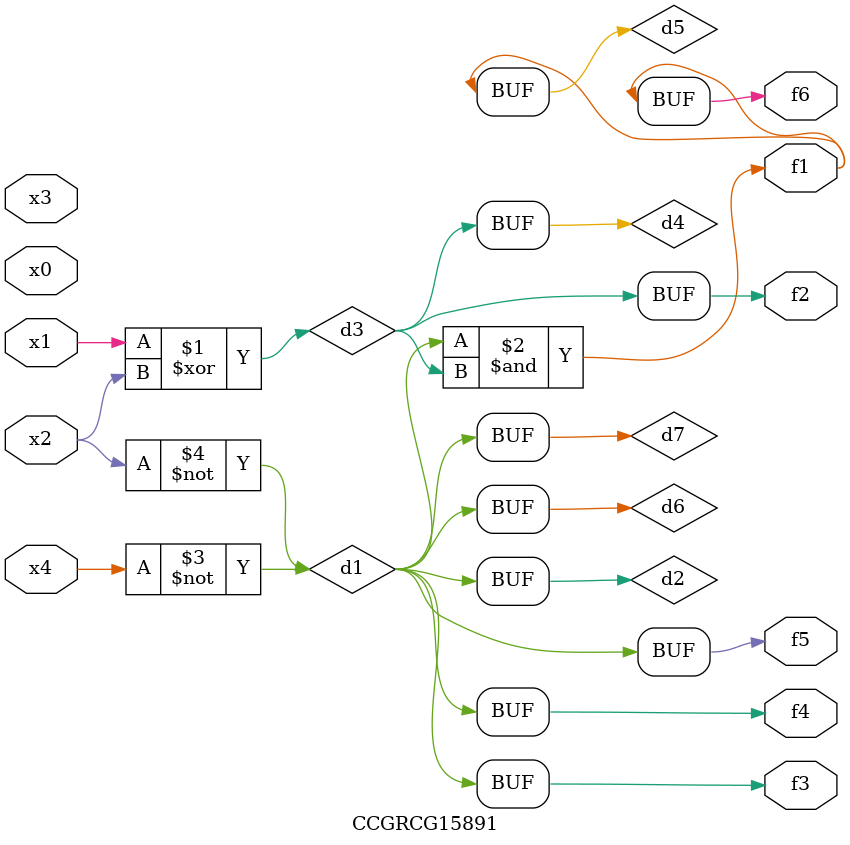
<source format=v>
module CCGRCG15891(
	input x0, x1, x2, x3, x4,
	output f1, f2, f3, f4, f5, f6
);

	wire d1, d2, d3, d4, d5, d6, d7;

	not (d1, x4);
	not (d2, x2);
	xor (d3, x1, x2);
	buf (d4, d3);
	and (d5, d1, d3);
	buf (d6, d1, d2);
	buf (d7, d2);
	assign f1 = d5;
	assign f2 = d4;
	assign f3 = d7;
	assign f4 = d7;
	assign f5 = d7;
	assign f6 = d5;
endmodule

</source>
